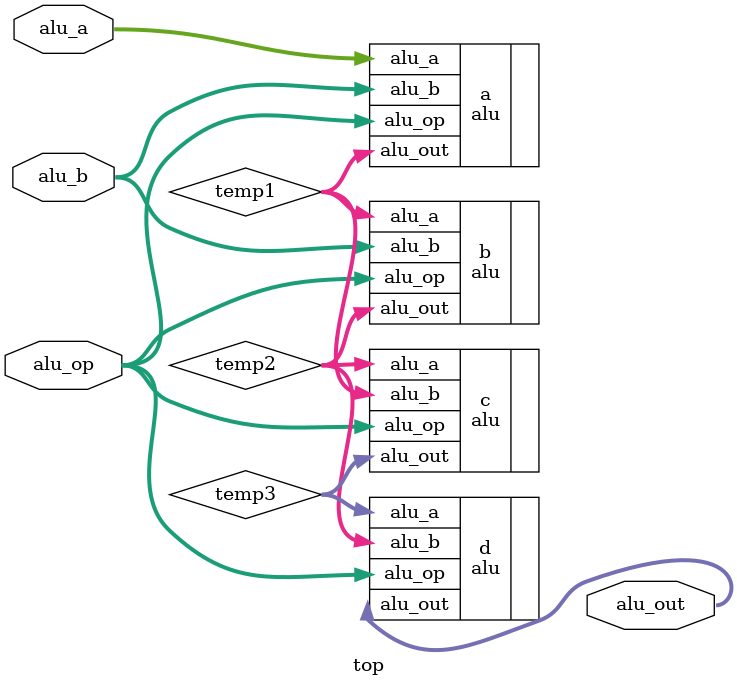
<source format=v>
`timescale 1ns / 1ps
module top (
  input  signed	    [31:0]	alu_a,
  input  signed	    [31:0]	alu_b,
  input	             [4:0]	alu_op,
  output        	    [31:0]	alu_out    );
  wire [31:0] temp1;
  wire [31:0] temp2;
  wire [31:0] temp3;
  alu a(
  .alu_a(alu_a),
  .alu_b(alu_b),
  .alu_op(alu_op),
  .alu_out(temp1)
  );
  alu b(
  .alu_a(temp1),
  .alu_b(alu_b),
  .alu_op(alu_op),
  .alu_out(temp2)
  );
  alu c(
  .alu_a(temp2),
  .alu_b(temp1),
  .alu_op(alu_op),
  .alu_out(temp3)
  );
  alu d(
  .alu_a(temp3),
  .alu_b(temp2),
  .alu_op(alu_op),
  .alu_out(alu_out)
  );

endmodule

</source>
